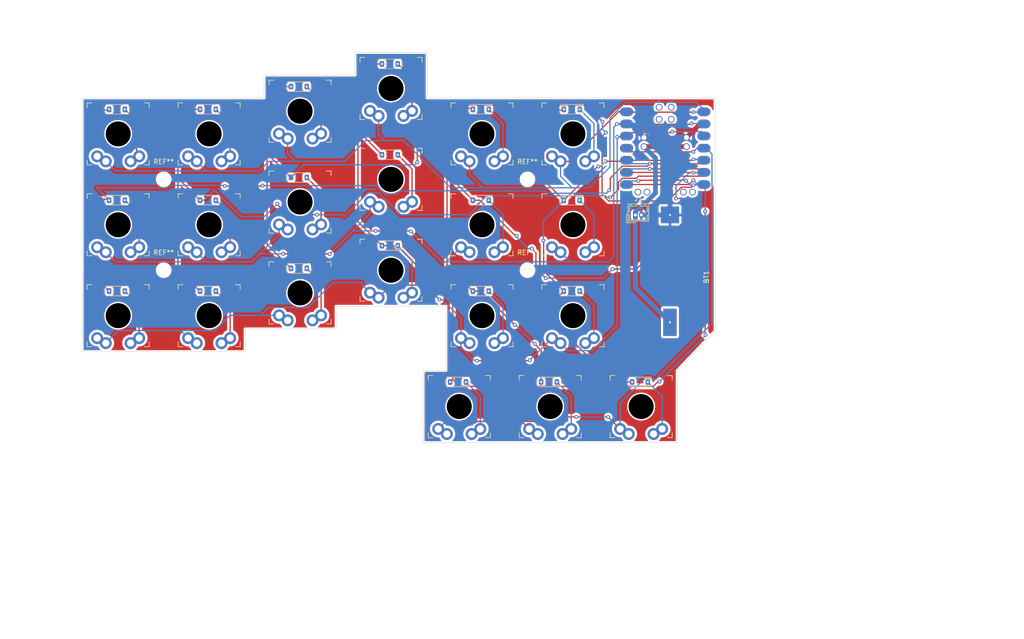
<source format=kicad_pcb>
(kicad_pcb (version 20221018) (generator pcbnew)
  (layers (0 "F.Cu" signal) (31 "B.Cu" signal) (34 "B.Paste" user) (35 "F.Paste" user) (36 "B.SilkS" user "B.Silkscreen") (37 "F.SilkS" user "F.Silkscreen") (38 "B.Mask" user) (39 "F.Mask" user) (44 "Edge.Cuts" user))
  (net 0 "")
  (net 1 "Net-(K1-diode_in)")
  (net 2 "Net-(K2-diode_in)")
  (net 3 "Net-(K3-diode_in)")
  (net 4 "Net-(K4-diode_in)")
  (net 5 "Net-(K5-diode_in)")
  (net 6 "ROW 1")
  (net 7 "Net-(K6-diode_in)")
  (net 8 "Net-(K7-diode_in)")
  (net 9 "Net-(K8-diode_in)")
  (net 10 "Net-(K9-diode_in)")
  (net 11 "Net-(K10-diode_in)")
  (net 12 "Net-(K11-diode_in)")
  (net 13 "Net-(K12-diode_in)")
  (net 14 "Net-(K13-diode_in)")
  (net 15 "Net-(K14-diode_in)")
  (net 16 "Net-(K15-diode_in)")
  (net 17 "ROW 2")
  (net 18 "Net-(K16-diode_in)")
  (net 19 "Net-(K17-diode_in)")
  (net 20 "Net-(K18-diode_in)")
  (net 21 "Net-(K19-diode_in)")
  (net 22 "Net-(K20-diode_in)")
  (net 23 "Net-(K21-diode_in)")
  (net 24 "ROW 3")
  (net 28 "ROW 4")
  (net 35 "Net-(BT1-+)")
  (net 36 "Net-(BT1--)")
  (net 37 "COL1")
  (net 38 "COL2")
  (net 39 "COL3")
  (net 40 "COL4")
  (net 41 "COL5")
  (net 42 "COL6")
  (footprint "key-switches.pretty-0.9.0:SW_Gateron_LowProfile_THT_wdiode_both_sides" (layer "F.Cu") (at 174.803125 87.11875)
    (fp_text reference "K7" hide)
    (fp_text value "~" hide)
  )
  (footprint "key-switches.pretty-0.9.0:SW_Gateron_LowProfile_THT_wdiode_both_sides" (layer "F.Cu") (at 136.703125 96.64375)
    (fp_text reference "K15" hide)
    (fp_text value "~" hide)
  )
  (footprint "key-switches.pretty-0.9.0:SW_Gateron_LowProfile_THT_wdiode_both_sides" (layer "F.Cu") (at 189.090625 125.21875)
    (fp_text reference "K19" hide)
    (fp_text value "~" hide)
  )
  (footprint "key-switches.pretty-0.9.0:SW_Gateron_LowProfile_THT_wdiode_both_sides" (layer "F.Cu") (at 170.040625 125.21875)
    (fp_text reference "K20" hide)
    (fp_text value "~" hide)
  )
  (footprint "key-switches.pretty-0.9.0:SW_Gateron_LowProfile_THT_wdiode_both_sides" (layer "F.Cu") (at 155.753125 87.11875)
    (fp_text reference "K8" hide)
    (fp_text value "~" hide)
  )
  (footprint "MountingHole:MountingHole_2.7mm_M2.5" (layer "F.Cu") (at 89.078125 77.59375)
    (fp_text reference "REF**")
    (fp_text value "MountingHole_2.7mm_M2.5")
  )
  (footprint "key-switches.pretty-0.9.0:SW_Gateron_LowProfile_THT_wdiode_both_sides" (layer "F.Cu") (at 117.653125 63.30625)
    (fp_text reference "K4" hide)
    (fp_text value "~" hide)
  )
  (footprint "key-switches.pretty-0.9.0:SW_Gateron_LowProfile_THT_wdiode_both_sides" (layer "F.Cu") (at 174.803125 106.16875)
    (fp_text reference "K13" hide)
    (fp_text value "~" hide)
  )
  (footprint "key-switches.pretty-0.9.0:SW_Gateron_LowProfile_THT_wdiode_both_sides" (layer "F.Cu") (at 79.553125 68.06875)
    (fp_text reference "K6" hide)
    (fp_text value "~" hide)
  )
  (footprint "key-switches.pretty-0.9.0:SW_Gateron_LowProfile_THT_wdiode_both_sides" (layer "F.Cu") (at 155.753125 106.16875)
    (fp_text reference "K14" hide)
    (fp_text value "~" hide)
  )
  (footprint "mcu:xiao-ble-smd" (layer "F.Cu") (at 194.128125 71.05625)
    (fp_text reference "U1" hide)
    (fp_text value "xiao-ble" hide)
  )
  (footprint "key-switches.pretty-0.9.0:SW_Gateron_LowProfile_THT_wdiode_both_sides" (layer "F.Cu") (at 117.653125 101.40625)
    (fp_text reference "K16" hide)
    (fp_text value "~" hide)
  )
  (footprint "key-switches.pretty-0.9.0:SW_Gateron_LowProfile_THT_wdiode_both_sides" (layer "F.Cu") (at 98.603125 87.11875)
    (fp_text reference "K11" hide)
    (fp_text value "~" hide)
  )
  (footprint "key-switches.pretty-0.9.0:SW_Gateron_LowProfile_THT_wdiode_both_sides" (layer "F.Cu") (at 117.653125 82.35625)
    (fp_text reference "K10" hide)
    (fp_text value "~" hide)
  )
  (footprint "MountingHole:MountingHole_2.7mm_M2.5" (layer "F.Cu") (at 165.278125 77.59375)
    (fp_text reference "REF**")
    (fp_text value "MountingHole_2.7mm_M2.5")
  )
  (footprint "key-switches.pretty-0.9.0:SW_Gateron_LowProfile_THT_wdiode_both_sides" (layer "F.Cu") (at 79.553125 106.16875)
    (fp_text reference "K18" hide)
    (fp_text value "~" hide)
  )
  (footprint "key-switches.pretty-0.9.0:SW_Gateron_LowProfile_THT_wdiode_both_sides" (layer "F.Cu") (at 136.703125 77.59375)
    (fp_text reference "K9" hide)
    (fp_text value "~" hide)
  )
  (footprint "key-switches.pretty-0.9.0:SW_Gateron_LowProfile_THT_wdiode_both_sides" (layer "F.Cu") (at 155.753125 68.06875)
    (fp_text reference "K2" hide)
    (fp_text value "~" hide)
  )
  (footprint "key-switches.pretty-0.9.0:SW_Gateron_LowProfile_THT_wdiode_both_sides" (layer "F.Cu") (at 150.990625 125.21875)
    (fp_text reference "K21" hide)
    (fp_text value "~" hide)
  )
  (footprint "MountingHole:MountingHole_2.7mm_M2.5" (layer "F.Cu") (at 89.078125 96.64375)
    (fp_text reference "REF**")
    (fp_text value "MountingHole_2.7mm_M2.5")
  )
  (footprint "key-switches.pretty-0.9.0:SW_Gateron_LowProfile_THT_wdiode_both_sides" (layer "F.Cu") (at 98.603125 106.16875)
    (fp_text reference "K17" hide)
    (fp_text value "~" hide)
  )
  (footprint "Connector_Hirose:Hirose_DF13-02P-1.25DSA_1x02_P1.25mm_Vertical" (layer "F.Cu") (at 187.878125 85.05625)
    (fp_text reference "J1")
    (fp_text value "Conn_01x02_Pin")
  )
  (footprint "key-switches.pretty-0.9.0:SW_Gateron_LowProfile_THT_wdiode_both_sides" (layer "F.Cu") (at 79.553125 87.11875)
    (fp_text reference "K12" hide)
    (fp_text value "~" hide)
  )
  (footprint "MountingHole:MountingHole_2.7mm_M2.5" (layer "F.Cu") (at 165.278125 96.64375)
    (fp_text reference "REF**")
    (fp_text value "MountingHole_2.7mm_M2.5")
  )
  (footprint "key-switches.pretty-0.9.0:SW_Gateron_LowProfile_THT_wdiode_both_sides" (layer "F.Cu") (at 174.803125 68.06875)
    (fp_text reference "K1" hide)
    (fp_text value "~" hide)
  )
  (footprint "Library:mybatteryholder" (layer "F.Cu") (at 195.128125 98.05625 90)
    (fp_text reference "BT1")
    (fp_text value "Battery_Cell")
  )
  (footprint "key-switches.pretty-0.9.0:SW_Gateron_LowProfile_THT_wdiode_both_sides" (layer "F.Cu") (at 98.603125 68.06875)
    (fp_text reference "K5" hide)
    (fp_text value "~" hide)
  )
  (footprint "key-switches.pretty-0.9.0:SW_Gateron_LowProfile_THT_wdiode_both_sides" (layer "F.Cu") (at 136.703125 58.54375)
    (fp_text reference "K3" hide)
    (fp_text value "~" hide)
  )
  (gr_line (start 125.19375 104.184375) (end 125.19375 108.946875) (stroke (width 0.1)) (layer "Edge.Cuts"))
  (gr_line (start 72.0125 60.528125) (end 106.14375 60.528125) (stroke (width 0.1)) (layer "Edge.Cuts"))
  (gr_line (start 148.2125 60.528125) (end 204.56875 60.528125) (stroke (width 0.1)) (layer "Edge.Cuts"))
  (gr_line (start 125.19375 55.765625) (end 129.1625 55.765625) (stroke (width 0.1)) (layer "Edge.Cuts"))
  (gr_line (start 106.14375 108.946875) (end 106.14375 113.709375) (stroke (width 0.1)) (layer "Edge.Cuts"))
  (gr_line (start 129.1625 51.003125) (end 144.24375 51.003125) (stroke (width 0.1)) (layer "Edge.Cuts"))
  (gr_line (start 148.2125 104.184375) (end 144.24375 104.184375) (stroke (width 0.1)) (layer "Edge.Cuts"))
  (gr_line (start 204.56875 109.34375) (end 196.63125 117.678125) (stroke (width 0.1)) (layer "Edge.Cuts"))
  (gr_line (start 196.63125 117.678125) (end 196.63125 132.759375) (stroke (width 0.1)) (layer "Edge.Cuts"))
  (gr_line (start 148.2125 117.678125) (end 148.2125 104.184375) (stroke (width 0.1)) (layer "Edge.Cuts"))
  (gr_line (start 129.1625 104.184375) (end 125.19375 104.184375) (stroke (width 0.1)) (layer "Edge.Cuts"))
  (gr_line (start 91.0625 113.709375) (end 72.0125 113.709375) (stroke (width 0.1)) (layer "Edge.Cuts"))
  (gr_line (start 129.1625 55.765625) (end 129.1625 51.003125) (stroke (width 0.1)) (layer "Edge.Cuts"))
  (gr_line (start 72.0125 113.709375) (end 72.0125 60.528125) (stroke (width 0.1)) (layer "Edge.Cuts"))
  (gr_line (start 204.56875 60.528125) (end 204.56875 109.34375) (stroke (width 0.1)) (layer "Edge.Cuts"))
  (gr_line (start 110.1125 55.765625) (end 125.19375 55.765625) (stroke (width 0.1)) (layer "Edge.Cuts"))
  (gr_line (start 143.45 132.759375) (end 143.45 117.678125) (stroke (width 0.1)) (layer "Edge.Cuts"))
  (gr_line (start 144.24375 104.184375) (end 129.1625 104.184375) (stroke (width 0.1)) (layer "Edge.Cuts"))
  (gr_line (start 106.14375 60.528125) (end 110.1125 60.528125) (stroke (width 0.1)) (layer "Edge.Cuts"))
  (gr_line (start 144.24375 51.003125) (end 144.24375 60.528125) (stroke (width 0.1)) (layer "Edge.Cuts"))
  (gr_line (start 110.1125 108.946875) (end 106.14375 108.946875) (stroke (width 0.1)) (layer "Edge.Cuts"))
  (gr_line (start 143.45 117.678125) (end 148.2125 117.678125) (stroke (width 0.1)) (layer "Edge.Cuts"))
  (gr_line (start 106.14375 113.709375) (end 91.0625 113.709375) (stroke (width 0.1)) (layer "Edge.Cuts"))
  (gr_line (start 144.24375 60.528125) (end 148.2125 60.528125) (stroke (width 0.1)) (layer "Edge.Cuts"))
  (gr_line (start 196.63125 132.759375) (end 143.45 132.759375) (stroke (width 0.1)) (layer "Edge.Cuts"))
  (gr_line (start 125.19375 108.946875) (end 110.1125 108.946875) (stroke (width 0.1)) (layer "Edge.Cuts"))
  (gr_line (start 110.1125 60.528125) (end 110.1125 55.765625) (stroke (width 0.1)) (layer "Edge.Cuts"))
  (via (at 176.203125 62.91875) (size 0.8) (drill 0.4) (layers "F.Cu" "B.Cu") (net 1))
  (segment (start 176.203125 62.91875) (end 179.203125 65.91875) (width 0.25) (layer "B.Cu") (net 1))
  (segment (start 179.203125 65.91875) (end 179.203125 72.76875) (width 0.25) (layer "B.Cu") (net 1))
  (via (at 157.153125 62.91875) (size 0.8) (drill 0.4) (layers "F.Cu" "B.Cu") (net 2))
  (segment (start 160.153125 65.91875) (end 160.153125 72.76875) (width 0.25) (layer "B.Cu") (net 2))
  (segment (start 157.153125 62.91875) (end 160.153125 65.91875) (width 0.25) (layer "B.Cu") (net 2))
  (segment (start 141.103125 56.39375) (end 138.103125 53.39375) (width 0.25) (layer "F.Cu") (net 3))
  (segment (start 141.103125 63.24375) (end 141.103125 56.39375) (width 0.25) (layer "F.Cu") (net 3))
  (via (at 138.103125 53.39375) (size 0.8) (drill 0.4) (layers "F.Cu" "B.Cu") (net 3))
  (segment (start 122.053125 61.15625) (end 119.053125 58.15625) (width 0.25) (layer "F.Cu") (net 4))
  (segment (start 122.053125 68.00625) (end 122.053125 61.15625) (width 0.25) (layer "F.Cu") (net 4))
  (via (at 119.053125 58.15625) (size 0.8) (drill 0.4) (layers "F.Cu" "B.Cu") (net 4))
  (segment (start 103.003125 72.76875) (end 103.003125 65.91875) (width 0.25) (layer "F.Cu") (net 5))
  (segment (start 103.003125 65.91875) (end 100.003125 62.91875) (width 0.25) (layer "F.Cu") (net 5))
  (via (at 100.003125 62.91875) (size 0.8) (drill 0.4) (layers "F.Cu" "B.Cu") (net 5))
  (segment (start 185.629665 63.50775) (end 200.01725 63.50775) (width 0.25) (layer "F.Cu") (net 6))
  (segment (start 173.970891 73.81875) (end 184.353391 63.43625) (width 0.25) (layer "F.Cu") (net 6))
  (segment (start 172.203125 73.81875) (end 173.970891 73.81875) (width 0.25) (layer "F.Cu") (net 6))
  (segment (start 200.01725 63.50775) (end 200.025 63.5) (width 0.25) (layer "F.Cu") (net 6))
  (segment (start 185.558165 63.43625) (end 185.629665 63.50775) (width 0.25) (layer "F.Cu") (net 6))
  (segment (start 184.353391 63.43625) (end 185.558165 63.43625) (width 0.25) (layer "F.Cu") (net 6))
  (via (at 200.025 63.5) (size 0.8) (drill 0.4) (layers "F.Cu" "B.Cu") (net 6))
  (segment (start 98.028125 75.81875) (end 109.125 75.81875) (width 0.25) (layer "B.Cu") (net 6))
  (segment (start 127 73.81875) (end 131.365625 69.453125) (width 0.25) (layer "B.Cu") (net 6))
  (segment (start 153.153125 76.55) (end 155.971875 79.36875) (width 0.25) (layer "B.Cu") (net 6))
  (segment (start 174.625 79.36875) (end 178.203125 79.36875) (width 0.25) (layer "B.Cu") (net 6))
  (segment (start 115.053125 69.05625) (end 115.053125 72.190625) (width 0.25) (layer "B.Cu") (net 6))
  (segment (start 182.5625 75.009375) (end 182.5625 64.699503) (width 0.25) (layer "B.Cu") (net 6))
  (segment (start 182.5625 64.699503) (end 185.801253 61.46075) (width 0.25) (layer "B.Cu") (net 6))
  (segment (start 149.21875 79.36875) (end 155.971875 79.36875) (width 0.25) (layer "B.Cu") (net 6))
  (segment (start 185.801253 61.46075) (end 200.722585 61.46075) (width 0.25) (layer "B.Cu") (net 6))
  (segment (start 111.125 73.81875) (end 116.68125 73.81875) (width 0.25) (layer "B.Cu") (net 6))
  (segment (start 200.722585 61.46075) (end 202.698085 63.43625) (width 0.25) (layer "B.Cu") (net 6))
  (segment (start 109.125 75.81875) (end 111.125 73.81875) (width 0.25) (layer "B.Cu") (net 6))
  (segment (start 172.203125 76.946875) (end 172.203125 73.81875) (width 0.25) (layer "B.Cu") (net 6))
  (segment (start 172.203125 76.946875) (end 174.625 79.36875) (width 0.25) (layer "B.Cu") (net 6))
  (segment (start 178.203125 79.36875) (end 182.5625 75.009375) (width 0.25) (layer "B.Cu") (net 6))
  (segment (start 115.053125 72.190625) (end 116.68125 73.81875) (width 0.25) (layer "B.Cu") (net 6))
  (segment (start 200.025 63.5) (end 202.634335 63.5) (width 0.25) (layer "B.Cu") (net 6))
  (segment (start 202.634335 63.5) (end 202.698085 63.43625) (width 0.25) (layer "B.Cu") (net 6))
  (segment (start 139.303125 69.453125) (end 149.21875 79.36875) (width 0.25) (layer "B.Cu") (net 6))
  (segment (start 134.103125 68.221875) (end 135.334375 69.453125) (width 0.25) (layer "B.Cu") (net 6))
  (segment (start 134.103125 64.29375) (end 134.103125 68.221875) (width 0.25) (layer "B.Cu") (net 6))
  (segment (start 76.953125 73.81875) (end 78.953125 75.81875) (width 0.25) (layer "B.Cu") (net 6))
  (segment (start 135.334375 69.453125) (end 139.303125 69.453125) (width 0.25) (layer "B.Cu") (net 6))
  (segment (start 155.971875 79.36875) (end 174.625 79.36875) (width 0.25) (layer "B.Cu") (net 6))
  (segment (start 131.365625 69.453125) (end 135.334375 69.453125) (width 0.25) (layer "B.Cu") (net 6))
  (segment (start 96.003125 73.81875) (end 98.003125 75.81875) (width 0.25) (layer "B.Cu") (net 6))
  (segment (start 116.68125 73.81875) (end 127 73.81875) (width 0.25) (layer "B.Cu") (net 6))
  (segment (start 153.153125 73.81875) (end 153.153125 76.55) (width 0.25) (layer "B.Cu") (net 6))
  (segment (start 98.003125 75.81875) (end 98.028125 75.81875) (width 0.25) (layer "B.Cu") (net 6))
  (segment (start 78.953125 75.81875) (end 98.028125 75.81875) (width 0.25) (layer "B.Cu") (net 6))
  (segment (start 83.403124 65.368749) (end 83.403124 72.568751) (width 0.25) (layer "F.Cu") (net 7))
  (segment (start 80.953125 62.91875) (end 83.403124 65.368749) (width 0.25) (layer "F.Cu") (net 7))
  (segment (start 83.403124 72.568751) (end 82.153125 73.81875) (width 0.25) (layer "F.Cu") (net 7))
  (via (at 80.953125 62.91875) (size 0.8) (drill 0.4) (layers "F.Cu" "B.Cu") (net 7))
  (via (at 176.203125 81.96875) (size 0.8) (drill 0.4) (layers "F.Cu" "B.Cu") (net 8))
  (segment (start 179.203125 84.96875) (end 179.203125 91.81875) (width 0.25) (layer "B.Cu") (net 8))
  (segment (start 176.203125 81.96875) (end 179.203125 84.96875) (width 0.25) (layer "B.Cu") (net 8))
  (via (at 157.153125 81.96875) (size 0.8) (drill 0.4) (layers "F.Cu" "B.Cu") (net 9))
  (segment (start 160.153125 84.96875) (end 160.153125 91.81875) (width 0.25) (layer "B.Cu") (net 9))
  (segment (start 157.153125 81.96875) (end 160.153125 84.96875) (width 0.25) (layer "B.Cu") (net 9))
  (segment (start 141.103125 82.29375) (end 141.103125 75.44375) (width 0.25) (layer "F.Cu") (net 10))
  (segment (start 141.103125 75.44375) (end 138.103125 72.44375) (width 0.25) (layer "F.Cu") (net 10))
  (via (at 138.103125 72.44375) (size 0.8) (drill 0.4) (layers "F.Cu" "B.Cu") (net 10))
  (segment (start 122.053125 87.05625) (end 122.053125 80.20625) (width 0.25) (layer "F.Cu") (net 11))
  (segment (start 122.053125 80.20625) (end 119.053125 77.20625) (width 0.25) (layer "F.Cu") (net 11))
  (via (at 119.053125 77.20625) (size 0.8) (drill 0.4) (layers "F.Cu" "B.Cu") (net 11))
  (segment (start 103.003125 91.81875) (end 103.003125 84.96875) (width 0.25) (layer "F.Cu") (net 12))
  (segment (start 103.003125 84.96875) (end 100.003125 81.96875) (width 0.25) (layer "F.Cu") (net 12))
  (via (at 100.003125 81.96875) (size 0.8) (drill 0.4) (layers "F.Cu" "B.Cu") (net 12))
  (segment (start 83.953125 84.96875) (end 80.953125 81.96875) (width 0.25) (layer "F.Cu") (net 13))
  (segment (start 83.953125 91.81875) (end 83.953125 84.96875) (width 0.25) (layer "F.Cu") (net 13))
  (segment (start 83.203125 91.81875) (end 82.153125 92.86875) (width 0.25) (layer "F.Cu") (net 13))
  (segment (start 83.953125 91.81875) (end 83.203125 91.81875) (width 0.25) (layer "F.Cu") (net 13))
  (via (at 80.953125 81.96875) (size 0.8) (drill 0.4) (layers "F.Cu" "B.Cu") (net 13))
  (via (at 176.203125 101.01875) (size 0.8) (drill 0.4) (layers "F.Cu" "B.Cu") (net 14))
  (segment (start 179.203125 104.01875) (end 179.203125 110.86875) (width 0.25) (layer "B.Cu") (net 14))
  (segment (start 176.203125 101.01875) (end 179.203125 104.01875) (width 0.25) (layer "B.Cu") (net 14))
  (via (at 157.153125 101.01875) (size 0.8) (drill 0.4) (layers "F.Cu" "B.Cu") (net 15))
  (segment (start 160.153125 104.01875) (end 157.153125 101.01875) (width 0.25) (layer "B.Cu") (net 15))
  (segment (start 160.153125 110.86875) (end 160.153125 104.01875) (width 0.25) (layer "B.Cu") (net 15))
  (via (at 138.103125 91.49375) (size 0.8) (drill 0.4) (layers "F.Cu" "B.Cu") (net 16))
  (segment (start 141.103125 94.49375) (end 138.103125 91.49375) (width 0.25) (layer "B.Cu") (net 16))
  (segment (start 141.103125 101.34375) (end 141.103125 94.49375) (width 0.25) (layer "B.Cu") (net 16))
  (segment (start 185.558165 65.97625) (end 185.629665 66.04775) (width 0.25) (layer "F.Cu") (net 17))
  (segment (start 133.5 88.4) (end 140.7875 88.4) (width 0.25) (layer "F.Cu") (net 17))
  (segment (start 185.629665 66.04775) (end 199.461625 66.04775) (width 0.25) (layer "F.Cu") (net 17))
  (segment (start 184 66) (end 185.534415 66) (width 0.25) (layer "F.Cu") (net 17))
  (segment (start 199.461625 66.04775) (end 199.628125 65.88125) (width 0.25) (layer "F.Cu") (net 17))
  (segment (start 140.7875 88.4) (end 140.890625 88.503125) (width 0.25) (layer "F.Cu") (net 17))
  (segment (start 185.534415 66) (end 185.558165 65.97625) (width 0.25) (layer "F.Cu") (net 17))
  (segment (start 123.759375 93.2) (end 123.825 93.265625) (width 0.25) (layer "F.Cu") (net 17))
  (segment (start 114.1 93.2) (end 123.759375 93.2) (width 0.25) (layer "F.Cu") (net 17))
  (via (at 123.825 93.265625) (size 0.8) (drill 0.4) (layers "F.Cu" "B.Cu") (net 17))
  (via (at 133.5 88.4) (size 0.8) (drill 0.4) (layers "F.Cu" "B.Cu") (net 17))
  (via (at 140.890625 88.503125) (size 0.8) (drill 0.4) (layers "F.Cu" "B.Cu") (net 17))
  (via (at 184 66) (size 0.8) (drill 0.4) (layers "F.Cu" "B.Cu") (net 17))
  (via (at 114.1 93.2) (size 0.8) (drill 0.4) (layers "F.Cu" "B.Cu") (net 17))
  (via (at 199.628125 65.88125) (size 0.8) (drill 0.4) (layers "F.Cu" "B.Cu") (net 17))
  (segment (start 98.003125 94.86875) (end 98.425 94.86875) (width 0.25) (layer "B.Cu") (net 17))
  (segment (start 132.303125 84.7875) (end 128.695312 88.395312) (width 0.25) (layer "B.Cu") (net 17))
  (segment (start 76.953125 92.86875) (end 78.953125 94.86875) (width 0.25) (layer "B.Cu") (net 17))
  (segment (start 113.253125 89.153125) (end 109.303125 93.103125) (width 0.25) (layer "B.Cu") (net 17))
  (segment (start 172.203125 92.86875) (end 174.203125 94.86875) (width 0.25) (layer "B.Cu") (net 17))
  (segment (start 96.003125 92.86875) (end 98.003125 94.86875) (width 0.25) (layer "B.Cu") (net 17))
  (segment (start 128.695312 88.395312) (end 128.5875 88.503125) (width 0.25) (layer "B.Cu") (net 17))
  (segment (start 183.34543 66.65457) (end 184 66) (width 0.25) (layer "B.Cu") (net 17))
  (segment (start 107.5375 94.86875) (end 109.140625 93.265625) (width 0.25) (layer "B.Cu") (net 17))
  (segment (start 98.425 94.86875) (end 107.5375 94.86875) (width 0.25) (layer "B.Cu") (net 17))
  (segment (start 132.303125 82.29375) (end 132.303125 84.7875) (width 0.25) (layer "B.Cu") (net 17))
  (segment (start 174.203125 94.86875) (end 174.228125 94.86875) (width 0.25) (layer "B.Cu") (net 17))
  (segment (start 109.303125 93.103125) (end 109.140625 93.265625) (width 0.25) (layer "B.Cu") (net 17))
  (segment (start 147.6375 95.25) (end 148.01875 94.86875) (width 0.25) (layer "B.Cu") (net 17))
  (segment (start 109.4 93.2) (end 114.1 93.2) (width 0.25) (layer "B.Cu") (net 17))
  (segment (start 128.695312 88.395312) (end 128.7 88.4) (width 0.25) (layer "B.Cu") (net 17))
  (segment (start 140.890625 88.503125) (end 147.6375 95.25) (width 0.25) (layer "B.Cu") (net 17))
  (segment (start 183.34543 93.85457) (end 183.34543 66.65457) (width 0.25) (layer "B.Cu") (net 17))
  (segment (start 128.7 88.4) (end 133.5 88.4) (width 0.25) (layer "B.Cu") (net 17))
  (segment (start 182.33125 94.86875) (end 183.34543 93.85457) (width 0.25) (layer "B.Cu") (net 17))
  (segment (start 151.353125 91.81875) (end 148.303125 94.86875) (width 0.25) (layer "B.Cu") (net 17))
  (segment (start 109.303125 93.103125) (end 109.4 93.2) (width 0.25) (layer "B.Cu") (net 17))
  (segment (start 78.953125 94.86875) (end 98.425 94.86875) (width 0.25) (layer "B.Cu") (net 17))
  (segment (start 174.203125 94.86875) (end 182.33125 94.86875) (width 0.25) (layer "B.Cu") (net 17))
  (segment (start 199.628125 65.88125) (end 202.603085 65.88125) (width 0.25) (layer "B.Cu") (net 17))
  (segment (start 148.01875 94.86875) (end 174.228125 94.86875) (width 0.25) (layer "B.Cu") (net 17))
  (segment (start 148.303125 94.86875) (end 148.01875 94.86875) (width 0.25) (layer "B.Cu") (net 17))
  (segment (start 123.825 93.265625) (end 128.5875 88.503125) (width 0.25) (layer "B.Cu") (net 17))
  (segment (start 202.603085 65.88125) (end 202.698085 65.97625) (width 0.25) (layer "B.Cu") (net 17))
  (segment (start 113.253125 87.05625) (end 113.253125 89.153125) (width 0.25) (layer "B.Cu") (net 17))
  (segment (start 122.053125 99.25625) (end 119.053125 96.25625) (width 0.25) (layer "F.Cu") (net 18))
  (segment (start 122.053125 106.10625) (end 122.053125 99.25625) (width 0.25) (layer "F.Cu") (net 18))
  (via (at 119.053125 96.25625) (size 0.8) (drill 0.4) (layers "F.Cu" "B.Cu") (net 18))
  (segment (start 103.003125 110.86875) (end 103.003125 104.01875) (width 0.25) (layer "F.Cu") (net 19))
  (segment (start 103.003125 104.01875) (end 100.003125 101.01875) (width 0.25) (layer "F.Cu") (net 19))
  (via (at 100.003125 101.01875) (size 0.8) (drill 0.4) (layers "F.Cu" "B.Cu") (net 19))
  (segment (start 83.953125 104.01875) (end 80.953125 101.01875) (width 0.25) (layer "F.Cu") (net 20))
  (segment (start 83.953125 110.86875) (end 83.953125 104.01875) (width 0.25) (layer "F.Cu") (net 20))
  (via (at 80.953125 101.01875) (size 0.8) (drill 0.4) (layers "F.Cu" "B.Cu") (net 20))
  (via (at 190.490625 120.06875) (size 0.8) (drill 0.4) (layers "F.Cu" "B.Cu") (net 21))
  (segment (start 193.490625 123.06875) (end 190.490625 120.06875) (width 0.25) (layer "B.Cu") (net 21))
  (segment (start 193.490625 129.91875) (end 193.490625 123.06875) (width 0.25) (layer "B.Cu") (net 21))
  (via (at 171.440625 120.06875) (size 0.8) (drill 0.4) (layers "F.Cu" "B.Cu") (net 22))
  (segment (start 174.440625 123.06875) (end 171.440625 120.06875) (width 0.25) (layer "B.Cu") (net 22))
  (segment (start 174.440625 129.91875) (end 174.440625 123.06875) (width 0.25) (layer "B.Cu") (net 22))
  (via (at 152.390625 120.06875) (size 0.8) (drill 0.4) (layers "F.Cu" "B.Cu") (net 23))
  (segment (start 155.390625 129.91875) (end 155.390625 123.06875) (width 0.25) (layer "B.Cu") (net 23))
  (segment (start 155.390625 123.06875) (end 152.390625 120.06875) (width 0.25) (layer "B.Cu") (net 23))
  (segment (start 154.7 115.6) (end 165.671875 115.6) (width 0.25) (layer "F.Cu") (net 24))
  (segment (start 134.103125 102.39375) (end 136.728125 99.76875) (width 0.25) (layer "F.Cu") (net 24))
  (segment (start 184.07043 68.703726) (end 185.370689 68.703726) (width 0.25) (layer "F.Cu") (net 24))
  (segment (start 136.728125 99.76875) (end 143.821875 99.76875) (width 0.25) (layer "F.Cu") (net 24))
  (segment (start 186.263665 67.81075) (end 195.38925 67.81075) (width 0.25) (layer "F.Cu") (net 24))
  (segment (start 185.370689 68.703726) (end 185.558165 68.51625) (width 0.25) (layer "F.Cu") (net 24))
  (segment (start 143.821875 99.76875) (end 146.84375 102.790625) (width 0.25) (layer "F.Cu") (net 24))
  (segment (start 195.38925 67.81075) (end 195.6 67.6) (width 0.25) (layer "F.Cu") (net 24))
  (segment (start 165.671875 115.6) (end 165.78125 115.490625) (width 0.25) (layer "F.Cu") (net 24))
  (segment (start 185.558165 68.51625) (end 186.263665 67.81075) (width 0.25) (layer "F.Cu") (net 24))
  (via (at 154.7 115.6) (size 0.8) (drill 0.4) (layers "F.Cu" "B.Cu") (net 24))
  (via (at 146.84375 102.790625) (size 0.8) (drill 0.4) (layers "F.Cu" "B.Cu") (net 24))
  (via (at 195.6 67.6) (size 0.8) (drill 0.4) (layers "F.Cu" "B.Cu") (net 24))
  (via (at 165.78125 115.490625) (size 0.8) (drill 0.4) (layers "F.Cu" "B.Cu") (net 24))
  (via (at 184.07043 68.703726) (size 0.8) (drill 0.4) (layers "F.Cu" "B.Cu") (net 24))
  (segment (start 99.791476 109.29375) (end 102.978976 106.10625) (width 0.25) (layer "B.Cu") (net 24))
  (segment (start 111.125 104.378125) (end 111.203125 104.45625) (width 0.25) (layer "B.Cu") (net 24))
  (segment (start 178.805512 113.49375) (end 184.07043 108.228832) (width 0.25) (layer "B.Cu") (net 24))
  (segment (start 147.419791 102.790625) (end 151.353125 106.723959) (width 0.25) (layer "B.Cu") (net 24))
  (segment (start 124.61875 99.21875) (end 130.571875 99.21875) (width 0.25) (layer "B.Cu") (net 24))
  (segment (start 103.1875 106.10625) (end 109.396875 106.10625) (width 0.25) (layer "B.Cu") (net 24))
  (segment (start 172.203125 111.91875) (end 173.778125 113.49375) (width 0.25) (layer "B.Cu") (net 24))
  (segment (start 151.353125 109.140625) (end 151.353125 112.85625) (width 0.25) (layer "B.Cu") (net 24))
  (segment (start 102.978976 106.10625) (end 103.1875 106.10625) (width 0.25) (layer "B.Cu") (net 24))
  (segment (start 111.203125 104.45625) (end 119.38125 104.45625) (width 0.25) (layer "B.Cu") (net 24))
  (segment (start 151.353125 106.723959) (end 151.353125 109.140625) (width 0.25) (layer "B.Cu") (net 24))
  (segment (start 154.590625 115.490625) (end 154.7 115.6) (width 0.25) (layer "B.Cu") (net 24))
  (segment (start 195.6 67.6) (end 201.781835 67.6) (width 0.25) (layer "B.Cu") (net 24))
  (segment (start 130.571875 99.21875) (end 130.571875 99.6125) (width 0.25) (layer "B.Cu") (net 24))
  (segment (start 103.1875 106.10625) (end 113.253125 106.10625) (width 0.25) (layer "B.Cu") (net 24))
  (segment (start 165.78125 115.490625) (end 170.403125 110.86875) (width 0.25) (layer "B.Cu") (net 24))
  (segment (start 201.781835 67.6) (end 202.698085 68.51625) (width 0.25) (layer "B.Cu") (net 24))
  (segment (start 151.353125 112.85625) (end 153.9875 115.490625) (width 0.25) (layer "B.Cu") (net 24))
  (segment (start 130.571875 99.6125) (end 132.303125 101.34375) (width 0.25) (layer "B.Cu") (net 24))
  (segment (start 119.38125 104.45625) (end 124.61875 99.21875) (width 0.25) (layer "B.Cu") (net 24))
  (segment (start 79.578125 109.29375) (end 92.628125 109.29375) (width 0.25) (layer "B.Cu") (net 24))
  (segment (start 184.07043 108.228832) (end 184.07043 68.703726) (width 0.25) (layer "B.Cu") (net 24))
  (segment (start 76.953125 111.91875) (end 79.578125 109.29375) (width 0.25) (layer "B.Cu") (net 24))
  (segment (start 153.9875 115.490625) (end 154.590625 115.490625) (width 0.25) (layer "B.Cu") (net 24))
  (segment (start 92.628125 109.29375) (end 99.791476 109.29375) (width 0.25) (layer "B.Cu") (net 24))
  (segment (start 92.628125 109.29375) (end 94.203125 110.86875) (width 0.25) (layer "B.Cu") (net 24))
  (segment (start 109.396875 106.10625) (end 111.125 104.378125) (width 0.25) (layer "B.Cu") (net 24))
  (segment (start 151.353125 109.140625) (end 151.353125 110.86875) (width 0.25) (layer "B.Cu") (net 24))
  (segment (start 146.84375 102.790625) (end 147.419791 102.790625) (width 0.25) (layer "B.Cu") (net 24))
  (segment (start 173.778125 113.49375) (end 178.805512 113.49375) (width 0.25) (layer "B.Cu") (net 24))
  (segment (start 154.303124 128.668751) (end 154.628125 128.34375) (width 0.25) (layer "F.Cu") (net 28))
  (segment (start 154.628125 128.34375) (end 164.065625 128.34375) (width 0.25) (layer "F.Cu") (net 28))
  (segment (start 147.840624 128.668751) (end 154.303124 128.668751) (width 0.25) (layer "F.Cu") (net 28))
  (segment (start 182.16875 127.396875) (end 182.185938 127.414062) (width 0.25) (layer "F.Cu") (net 28))
  (segment (start 164.065625 128.34375) (end 172.090625 128.34375) (width 0.25) (layer "F.Cu") (net 28))
  (segment (start 164.065625 128.34375) (end 165.640625 129.91875) (width 0.25) (layer "F.Cu") (net 28))
  (segment (start 146.590625 129.91875) (end 147.840624 128.668751) (width 0.25) (layer "F.Cu") (net 28))
  (segment (start 172.090625 128.34375) (end 173.0375 127.396875) (width 0.25) (layer "F.Cu") (net 28))
  (segment (start 175.496875 127.396875) (end 175.5 127.4) (width 0.25) (layer "F.Cu") (net 28))
  (segment (start 185.558165 71.05625) (end 186.33629 71.834375) (width 0.25) (layer "F.Cu") (net 28))
  (segment (start 173.0375 127.396875) (end 175.496875 127.396875) (width 0.25) (layer "F.Cu") (net 28))
  (segment (start 186.33629 71.834375) (end 200.025 71.834375) (width 0.25) (layer "F.Cu") (net 28))
  (segment (start 182.185938 127.414062) (end 184.690625 129.91875) (width 0.25) (layer "F.Cu") (net 28))
  (via (at 175.5 127.4) (size 0.8) (drill 0.4) (layers "F.Cu" "B.Cu") (net 28))
  (via (at 200.025 71.834375) (size 0.8) (drill 0.4) (layers "F.Cu" "B.Cu") (net 28))
  (via (at 182.185938 127.414062) (size 0.8) (drill 0.4) (layers "F.Cu" "B.Cu") (net 28))
  (segment (start 191.265625 119.465933) (end 192.234067 119.465933) (width 0.25) (layer "B.Cu") (net 28))
  (segment (start 190.037808 119.14375) (end 190.943442 119.14375) (width 0.25) (layer "B.Cu") (net 28))
  (segment (start 184.690625 124.490933) (end 190.037808 119.14375) (width 0.25) (layer "B.Cu") (net 28))
  (segment (start 200.803125 71.05625) (end 202.698085 71.05625) (width 0.25) (layer "B.Cu") (net 28))
  (segment (start 203.923085 107.776915) (end 203.923085 72.28125) (width 0.25) (layer "B.Cu") (net 28))
  (segment (start 192.234067 119.465933) (end 203.923085 107.776915) (width 0.25) (layer "B.Cu") (net 28))
  (segment (start 184.690625 129.91875) (end 184.690625 124.490933) (width 0.25) (layer "B.Cu") (net 28))
  (segment (start 203.923085 72.28125) (end 202.698085 71.05625) (width 0.25) (layer "B.Cu") (net 28))
  (segment (start 182.171876 127.4) (end 182.185938 127.414062) (width 0.25) (layer "B.Cu") (net 28))
  (segment (start 190.943442 119.14375) (end 191.265625 119.465933) (width 0.25) (layer "B.Cu") (net 28))
  (segment (start 200.025 71.834375) (end 200.803125 71.05625) (width 0.25) (layer "B.Cu") (net 28))
  (segment (start 175.5 127.4) (end 182.171876 127.4) (width 0.25) (layer "B.Cu") (net 28))
  (segment (start 189.683125 70.73925) (end 198.573125 70.73925) (width 1) (layer "F.Cu") (net 35))
  (via (at 195.128125 107.55625) (size 0.8) (drill 0.4) (layers "F.Cu" "B.Cu") (net 35))
  (segment (start 187.878125 84.429904) (end 189.73214 82.575889) (width 1) (layer "B.Cu") (net 35))
  (segment (start 192.0875 73.143625) (end 189.683125 70.73925) (width 1) (layer "B.Cu") (net 35))
  (segment (start 189.984264 82.575889) (end 192.0875 80.472653) (width 1) (layer "B.Cu") (net 35))
  (segment (start 195.128125 107.55625) (end 187.878125 100.30625) (width 1) (layer "B.Cu") (net 35))
  (segment (start 192.0875 80.472653) (end 192.0875 73.143625) (width 1) (layer "B.Cu") (net 35))
  (segment (start 187.878125 85.05625) (end 187.878125 84.429904) (width 1) (layer "B.Cu") (net 35))
  (segment (start 189.73214 82.575889) (end 189.984264 82.575889) (width 1) (layer "B.Cu") (net 35))
  (segment (start 187.878125 100.30625) (end 187.878125 85.05625) (width 1) (layer "B.Cu") (net 35))
  (segment (start 198.573125 68.83425) (end 201.431125 65.97625) (width 1) (layer "F.Cu") (net 36))
  (segment (start 201.431125 65.97625) (end 202.698085 65.97625) (width 1) (layer "F.Cu") (net 36))
  (via (at 195.128125 85.05625) (size 0.8) (drill 0.4) (layers "F.Cu" "B.Cu") (net 36))
  (segment (start 189.683125 68.83425) (end 186.825125 65.97625) (width 1) (layer "B.Cu") (net 36))
  (segment (start 186.825125 65.97625) (end 185.558165 65.97625) (width 1) (layer "B.Cu") (net 36))
  (segment (start 197.585297 68.83425) (end 198.573125 68.83425) (width 1) (layer "B.Cu") (net 36))
  (segment (start 195.128125 85.05625) (end 195.128125 73.291422) (width 1) (layer "B.Cu") (net 36))
  (segment (start 195.128125 73.291422) (end 190.670953 68.83425) (width 1) (layer "B.Cu") (net 36))
  (segment (start 189.128125 85.05625) (end 195.128125 85.05625) (width 1) (layer "B.Cu") (net 36))
  (segment (start 195.128125 73.291422) (end 195.128125 71.291422) (width 1) (layer "B.Cu") (net 36))
  (segment (start 195.128125 71.291422) (end 197.585297 68.83425) (width 1) (layer "B.Cu") (net 36))
  (segment (start 190.670953 68.83425) (end 189.683125 68.83425) (width 1) (layer "B.Cu") (net 36))
  (segment (start 179.971875 74.9) (end 180.1 74.9) (width 0.25) (layer "F.Cu") (net 37))
  (segment (start 168.671875 96.7875) (end 172.903125 101.01875) (width 0.25) (layer "F.Cu") (net 37))
  (segment (start 172.903125 81.96875) (end 179.971875 74.9) (width 0.25) (layer "F.Cu") (net 37))
  (segment (start 183.325738 120.06875) (end 171.753125 108.496137) (width 0.25) (layer "F.Cu") (net 37))
  (segment (start 172.903125 62.91875) (end 172.71875 63.103125) (width 0.25) (layer "F.Cu") (net 37))
  (segment (start 168.671875 90.471875) (end 168.6 90.4) (width 0.25) (layer "F.Cu") (net 37))
  (segment (start 168.671875 96.7875) (end 168.671875 90.471875) (width 0.25) (layer "F.Cu") (net 37))
  (segment (start 187.190625 120.06875) (end 183.325738 120.06875) (width 0.25) (layer "F.Cu") (net 37))
  (segment (start 171.753125 108.496137) (end 171.753125 102.16875) (width 0.25) (layer "F.Cu") (net 37))
  (segment (start 199.850625 73.59625) (end 200.025 73.421875) (width 0.25) (layer "F.Cu") (net 37))
  (segment (start 181.6245 73.8) (end 185.354415 73.8) (width 0.25) (layer "F.Cu") (net 37))
  (segment (start 168.671875 63.103125) (end 168.671875 77.7375) (width 0.25) (layer "F.Cu") (net 37))
  (segment (start 171.753125 102.16875) (end 172.903125 101.01875) (width 0.25) (layer "F.Cu") (net 37))
  (segment (start 185.558165 73.59625) (end 199.850625 73.59625) (width 0.25) (layer "F.Cu") (net 37))
  (segment (start 185.354415 73.8) (end 185.558165 73.59625) (width 0.25) (layer "F.Cu") (net 37))
  (segment (start 172.71875 63.103125) (end 168.671875 63.103125) (width 0.25) (layer "F.Cu") (net 37))
  (segment (start 168.671875 77.7375) (end 172.903125 81.96875) (width 0.25) (layer "F.Cu") (net 37))
  (via (at 172.903125 101.01875) (size 0.8) (drill 0.4) (layers "F.Cu" "B.Cu") (net 37))
  (via (at 168.6 90.4) (size 0.8) (drill 0.4) (layers "F.Cu" "B.Cu") (net 37))
  (via (at 172.903125 62.91875) (size 0.8) (drill 0.4) (layers "F.Cu" "B.Cu") (net 37))
  (via (at 187.190625 120.06875) (size 0.8) (drill 0.4) (layers "F.Cu" "B.Cu") (net 37))
  (via (at 172.903125 81.96875) (size 0.8) (drill 0.4) (layers "F.Cu" "B.Cu") (net 37))
  (via (at 200.025 73.421875) (size 0.8) (drill 0.4) (layers "F.Cu" "B.Cu") (net 37))
  (via (at 181.6245 73.8) (size 0.8) (drill 0.4) (layers "F.Cu" "B.Cu") (net 37))
  (via (at 180.1 74.9) (size 0.8) (drill 0.4) (layers "F.Cu" "B.Cu") (net 37))
  (segment (start 200.025 73.421875) (end 202.52371 73.421875) (width 0.25) (layer "B.Cu") (net 37))
  (segment (start 180.1 74.9) (end 180.5245 74.9) (width 0.25) (layer "B.Cu") (net 37))
  (segment (start 168.6 86.271875) (end 172.903125 81.96875) (width 0.25) (layer "B.Cu") (net 37))
  (segment (start 168.6 90.4) (end 168.6 86.271875) (width 0.25) (layer "B.Cu") (net 37))
  (segment (start 180.5245 74.9) (end 181.6245 73.8) (width 0.25) (layer "B.Cu") (net 37))
  (segment (start 202.52371 73.421875) (end 202.698085 73.59625) (width 0.25) (layer "B.Cu") (net 37))
  (segment (start 155.26875 81.96875) (end 153.853125 81.96875) (width 0.25) (layer "F.Cu") (net 38))
  (segment (start 183.1 96.4) (end 188.084375 96.4) (width 0.25) (layer "F.Cu") (net 38))
  (segment (start 162.7 89.4) (end 155.26875 81.96875) (width 0.25) (layer "F.Cu") (net 38))
  (segment (start 188.084375 96.4) (end 200.8 83.684375) (width 0.25) (layer "F.Cu") (net 38))
  (segment (start 199 81.6) (end 196.4 81.6) (width 0.25) (layer "F.Cu") (net 38))
  (segment (start 153.853125 62.91875) (end 153.640625 62.70625) (width 0.25) (layer "F.Cu") (net 38))
  (segment (start 148.43125 76.546875) (end 148.43125 95.596875) (width 0.25) (layer "F.Cu") (net 38))
  (segment (start 167.053125 96.253125) (end 169.1 98.3) (width 0.25) (layer "F.Cu") (net 38))
  (segment (start 153.640625 62.70625) (end 148.43125 62.70625) (width 0.25) (layer "F.Cu") (net 38))
  (segment (start 168.140625 114.242899) (end 168.140625 113.440625) (width 0.25) (layer "F.Cu") (net 38))
  (segment (start 200.8 83.4) (end 199 81.6) (width 0.25) (layer "F.Cu") (net 38))
  (segment (start 185.558165 76.13625) (end 199.96125 76.13625) (width 0.25) (layer "F.Cu") (net 38))
  (segment (start 166.2 92.1) (end 167.053125 92.953125) (width 0.25) (layer "F.Cu") (net 38))
  (segment (start 168.140625 113.440625) (end 166.8 112.1) (width 0.25) (layer "F.Cu") (net 38))
  (segment (start 199.96125 76.13625) (end 200.025 76.2) (width 0.25) (layer "F.Cu") (net 38))
  (segment (start 200.8 83.684375) (end 200.8 83.4) (width 0.25) (layer "F.Cu") (net 38))
  (segment (start 167.053125 92.953125) (end 167.053125 96.253125) (width 0.25) (layer "F.Cu") (net 38))
  (segment (start 162.6 108.1) (end 155.51875 101.01875) (width 0.25) (layer "F.Cu") (net 38))
  (segment (start 168.140625 114.242899) (end 168.140625 120.06875) (width 0.25) (layer "F.Cu") (net 38))
  (segment (start 155.51875 101.01875) (end 153.853125 101.01875) (width 0.25) (layer "F.Cu") (net 38))
  (segment (start 163 89.4) (end 162.7 89.4) (width 0.25) (layer "F.Cu") (net 38))
  (segment (start 148.43125 62.70625) (end 148.43125 76.546875) (width 0.25) (layer "F.Cu") (net 38))
  (segment (start 148.43125 95.596875) (end 153.853125 101.01875) (width 0.25) (layer "F.Cu") (net 38))
  (segment (start 148.43125 76.546875) (end 153.853125 81.96875) (width 0.25) (layer "F.Cu") (net 38))
  (via (at 163 89.4) (size 0.8) (drill 0.4) (layers "F.Cu" "B.Cu") (net 38))
  (via (at 166.2 92.1) (size 0.8) (drill 0.4) (layers "F.Cu" "B.Cu") (net 38))
  (via (at 153.853125 81.96875) (size 0.8) (drill 0.4) (layers "F.Cu" "B.Cu") (net 38))
  (via (at 169.1 98.3) (size 0.8) (drill 0.4) (layers "F.Cu" "B.Cu") (net 38))
  (via (at 183.1 96.4) (size 0.8) (drill 0.4) (layers "F.Cu" "B.Cu") (net 38))
  (via (at 200.025 76.2) (size 0.8) (drill 0.4) (layers "F.Cu" "B.Cu") (net 38))
  (via (at 168.140625 120.06875) (size 0.8) (drill 0.4) (layers "F.Cu" "B.Cu") (net 38))
  (via (at 196.4 81.6) (size 0.8) (drill 0.4) (layers "F.Cu" "B.Cu") (net 38))
  (via (at 153.853125 62.91875) (size 0.8) (drill 0.4) (layers "F.Cu" "B.Cu") (net 38))
  (via (at 166.8 112.1) (size 0.8) (drill 0.4) (layers "F.Cu" "B.Cu") (net 38))
  (via (at 153.853125 101.01875) (size 0.8) (drill 0.4) (layers "F.Cu" "B.Cu") (net 38))
  (via (at 162.6 108.1) (size 0.8) (drill 0.4) (layers "F.Cu" "B.Cu") (net 38))
  (segment (start 196.4 78.974695) (end 199.174695 76.2) (width 0.25) (layer "B.Cu") (net 38))
  (segment (start 162.8 108.1) (end 162.6 108.1) (width 0.25) (layer "B.Cu") (net 38))
  (segment (start 196.4 79.6) (end 196.3 79.5) (width 0.25) (layer "B.Cu") (net 38))
  (segment (start 199.174695 76.2) (end 200.025 76.2) (width 0.25) (layer "B.Cu") (net 38))
  (segment (start 165.4 92.1) (end 163 89.7) (width 0.25) (layer "B.Cu") (net 38))
  (segment (start 200.025 76.2) (end 202.634335 76.2) (width 0.25) (layer "B.Cu") (net 38))
  (segment (start 166.2 92.1) (end 165.4 92.1) (width 0.25) (layer "B.Cu") (net 38))
  (segment (start 202.634335 76.2) (end 202.698085 76.13625) (width 0.25) (layer "B.Cu") (net 38))
  (segment (start 169.1 98.3) (end 181.2 98.3) (width 0.25) (layer "B.Cu") (net 38))
  (segment (start 166.8 112.1) (end 162.8 108.1) (width 0.25) (layer "B.Cu") (net 38))
  (segment (start 163 89.7) (end 163 89.4) (width 0.25) (layer "B.Cu") (net 38))
  (segment (start 181.2 98.3) (end 183.1 96.4) (width 0.25) (layer "B.Cu") (net 38))
  (segment (start 196.4 81.6) (end 196.4 79.6) (width 0.25) (layer "B.Cu") (net 38))
  (segment (start 196.4 79.6) (end 196.4 78.974695) (width 0.25) (layer "B.Cu") (net 38))
  (segment (start 133.93125 53.39375) (end 129.778125 57.546875) (width 0.25) (layer "F.Cu") (net 39))
  (segment (start 202.5 84.3) (end 202.5 110.1) (width 0.25) (layer "F.Cu") (net 39))
  (segment (start 199.13625 78.67625) (end 200.025 77.7875) (width 0.25) (layer "F.Cu") (net 39))
  (segment (start 151.078125 120.99375) (end 149.621875 119.5375) (width 0.25) (layer "F.Cu") (net 39))
  (segment (start 129.778125 86.46875) (end 134.803125 91.49375) (width 0.25) (layer "F.Cu") (net 39))
  (segment (start 134.803125 53.39375) (end 133.93125 53.39375) (width 0.25) (layer "F.Cu") (net 39))
  (segment (start 129.778125 57.546875) (end 129.778125 67.41875) (width 0.25) (layer "F.Cu") (net 39))
  (segment (start 192.6 120) (end 192.9 120) (width 0.25) (layer "F.Cu") (net 39))
  (segment (start 137.328125 92.096567) (end 137.650308 92.41875) (width 0.25) (layer "F.Cu") (net 39))
  (segment (start 129.778125 67.41875) (end 129.778125 86.46875) (width 0.25) (layer "F.Cu") (net 39))
  (segment (start 134.803125 91.49375) (end 137.328125 91.49375) (width 0.25) (layer "F.Cu") (net 39))
  (segment (start 185.558165 78.67625) (end 199.13625 78.67625) (width 0.25) (layer "F.Cu") (net 39))
  (segment (start 129.778125 67.41875) (end 134.803125 72.44375) (width 0.25) (layer "F.Cu") (net 39))
  (segment (start 149.621875 103.1875) (end 149.621875 119.5375) (width 0.25) (layer "F.Cu") (net 39))
  (segment (start 138.853125 92.41875) (end 149.621875 103.1875) (width 0.25) (layer "F.Cu") (net 39))
  (segment (start 149.621875 119.5375) (end 149.090625 120.06875) (width 0.25) (layer "F.Cu") (net 39))
  (segment (start 191.60625 120.99375) (end 151.078125 120.99375) (width 0.25) (layer "F.Cu") (net 39))
  (segment (start 137.328125 91.49375) (end 137.328125 92.096567) (width 0.25) (layer "F.Cu") (net 39))
  (segment (start 191.60625 120.99375) (end 192.6 120) (width 0.25) (layer "F.Cu") (net 39))
  (segment (start 137.650308 92.41875) (end 138.853125 92.41875) (width 0.25) (layer "F.Cu") (net 39))
  (via (at 134.803125 53.39375) (size 0.8) (drill 0.4) (layers "F.Cu" "B.Cu") (net 39))
  (via (at 149.090625 120.06875) (size 0.8) (drill 0.4) (layers "F.Cu" "B.Cu") (net 39))
  (via (at 134.803125 91.49375) (size 0.8) (drill 0.4) (layers "F.Cu" "B.Cu") (net 39))
  (via (at 202.562299 110.162299) (size 0.8) (drill 0.4) (layers "F.Cu" "B.Cu") (net 39))
  (via (at 134.803125 72.44375) (size 0.8) (drill 0.4) (layers "F.Cu" "B.Cu") (net 39))
  (via (at 202.5 84.3) (size 0.8) (drill 0.4) (layers "F.Cu" "B.Cu") (net 39))
  (via (at 200.025 77.7875) (size 0.8) (drill 0.4) (layers "F.Cu" "B.Cu") (net 39))
  (via (at 192.9 120) (size 0.8) (drill 0.4) (layers "F.Cu" "B.Cu") (net 39))
  (segment (start 200.025 77.7875) (end 200.91375 78.67625) (width 0.25) (layer "B.Cu") (net 39))
  (segment (start 202.562299 110.337701) (end 202.562299 110.162299) (width 0.25) (layer "B.Cu") (net 39))
  (segment (start 202.5 84.3) (end 202.5 78.874335) (width 0.25) (layer "B.Cu") (net 39))
  (segment (start 202.5 78.874335) (end 202.698085 78.67625) (width 0.25) (layer "B.Cu") (net 39))
  (segment (start 200.91375 78.67625) (end 202.698085 78.67625) (width 0.25) (layer "B.Cu") (net 39))
  (segment (start 192.9 120) (end 202.562299 110.337701) (width 0.25) (layer "B.Cu") (net 39))
  (segment (start 110.728125 72.18125) (end 110.728125 91.23125) (width 0.25) (layer "F.Cu") (net 40))
  (segment (start 180.9 80.725305) (end 182.299695 82.125) (width 0.25) (layer "F.Cu") (net 40))
  (segment (start 180.9 68.6) (end 180.9 80.725305) (width 0.25) (layer "F.Cu") (net 40))
  (segment (start 110.728125 72.18125) (end 115.753125 77.20625) (width 0.25) (layer "F.Cu") (net 40))
  (segment (start 198.5 77.9) (end 198.3875 77.7875) (width 0.25) (layer "F.Cu") (net 40))
  (segment (start 198.3875 77.7875) (end 188.679875 77.7875) (width 0.25) (layer "F.Cu") (net 40))
  (segment (start 147.70625 61.99375) (end 177.49375 61.99375) (width 0.25) (layer "F.Cu") (net 40))
  (segment (start 177.49375 61.99375) (end 181 65.5) (width 0.25) (layer "F.Cu") (net 40))
  (segment (start 110.728125 58.340625) (end 110.728125 72.18125) (width 0.25) (layer "F.Cu") (net 40))
  (segment (start 142.2 67.5) (end 147.70625 61.99375) (width 0.25) (layer "F.Cu") (net 40))
  (segment (start 142.2 74) (end 142.2 67.5) (width 0.25) (layer "F.Cu") (net 40))
  (segment (start 181.7 67.8) (end 180.9 68.6) (width 0.25) (layer "F.Cu") (net 40))
  (segment (start 202.698085 78.67625) (end 200.160849 78.67625) (width 0.25) (layer "F.Cu") (net 40))
  (segment (start 199.596349 79.24075) (end 200.025 78.812099) (width 0.25) (layer "F.Cu") (net 40))
  (segment (start 200.160849 78.67625) (end 200.025 78.812099) (width 0.25) (layer "F.Cu") (net 40))
  (segment (start 197.514177 79.24075) (end 199.596349 79.24075) (width 0.25) (layer "F.Cu") (net 40))
  (segment (start 110.728125 91.23125) (end 115.753125 96.25625) (width 0.25) (layer "F.Cu") (net 40))
  (segment (start 110.9125 58.15625) (end 110.728125 58.340625) (width 0.25) (layer "F.Cu") (net 40))
  (segment (start 194.629927 82.125) (end 197.514177 79.24075) (width 0.25) (layer "F.Cu") (net 40))
  (segment (start 182.299695 82.125) (end 194.629927 82.125) (width 0.25) (layer "F.Cu") (net 40))
  (segment (start 188.679875 77.7875) (end 188.515625 77.95175) (width 0.25) (layer "F.Cu") (net 40))
  (segment (start 115.753125 58.15625) (end 110.9125 58.15625) (width 0.25) (layer "F.Cu") (net 40))
  (via (at 188.515625 77.95175) (size 0.8) (drill 0.4) (layers "F.Cu" "B.Cu") (net 40))
  (via (at 198.5 77.9) (size 0.8) (drill 0.4) (layers "F.Cu" "B.Cu") (net 40))
  (via (at 200.025 78.812099) (size 0.8) (drill 0.4) (layers "F.Cu" "B.Cu") (net 40))
  (via (at 181.7 67.8) (size 0.8) (drill 0.4) (layers "F.Cu" "B.Cu") (net 40))
  (via (at 115.753125 58.15625) (size 0.8) (drill 0.4) (layers "F.Cu" "B.Cu") (net 40))
  (via (at 181 65.5) (size 0.8) (drill 0.4) (layers "F.Cu" "B.Cu") (net 40))
  (via (at 142.2 74) (size 0.8) (drill 0.4) (layers "F.Cu" "B.Cu") (net 40))
  (via (at 115.753125 96.25625) (size 0.8) (drill 0.4) (layers "F.Cu" "B.Cu") (net 40))
  (segment (start 188.515625 77.95175) (end 186.282665 77.95175) (width 0.25) (layer "B.Cu") (net 40))
  (segment (start 198.5 77.9) (end 199.412099 78.812099) (width 0.25) (layer "B.Cu") (net 40))
  (segment (start 115.753125 77.20625) (end 118.415625 74.54375) (width 0.25) (layer "B.Cu") (net 40))
  (segment (start 141.65625 74.54375) (end 142.2 74) (width 0.25) (layer "B.Cu") (net 40))
  (segment (start 181 65.5) (end 181 67.1) (width 0.25) (layer "B.Cu") (net 40))
  (segment (start 186.282665 77.95175) (end 185.558165 78.67625) (width 0.25) (layer "B.Cu") (net 40))
  (segment (start 181 67.1) (end 181.7 67.8) (width 0.25) (layer "B.Cu") (net 40))
  (segment (start 199.412099 78.812099) (end 200.025 78.812099) (width 0.25) (layer "B.Cu") (net 40))
  (segment (start 118.415625 74.54375) (end 141.65625 74.54375) (width 0.25) (layer "B.Cu") (net 40))
  (segment (start 112.9 82.7) (end 112.9 82.9) (width 0.25) (layer "F.Cu") (net 41))
  (segment (start 92.075 62.70625) (end 92.075 77.340625) (width 0.25) (layer "F.Cu") (net 41))
  (segment (start 201.909335 76.925) (end 202.698085 76.13625) (width 0.25) (layer "F.Cu") (net 41))
  (segment (start 201.968085 75.40625) (end 202.698085 76.13625) (width 0.25) (layer "F.Cu") (net 41))
  (segment (start 185.130968 77.371035) (end 188.071035 77.371035) (width 0.25) (layer "F.Cu") (net 41))
  (segment (start 184.333165 78.168838) (end 185.130968 77.371035) (width 0.25) (layer "F.Cu") (net 41))
  (segment (start 190.896875 75.40625) (end 201.968085 75.40625) (width 0.25) (layer "F.Cu") (net 41))
  (segment (start 120.1 85) (end 121.2 85) (width 0.25) (layer "F.Cu") (net 41))
  (segment (start 92.2875 62.91875) (end 92.075 62.70625) (width 0.25) (layer "F.Cu") (net 41))
  (segment (start 92.075 96.390625) (end 96.703125 101.01875) (width 0.25) (layer "F.Cu") (net 41))
  (segment (start 96.703125 62.91875) (end 92.2875 62.91875) (width 0.25) (layer "F.Cu") (net 41))
  (segment (start 112.9 82.9) (end 116.6 86.6) (width 0.25) (layer "F.Cu") (net 41))
  (segment (start 92.075 77.340625) (end 92.075 96.390625) (width 0.25) (layer "F.Cu") (net 41))
  (segment (start 184.333165 79.71307) (end 184.333165 78.168838) (width 0.25) (layer "F.Cu") (net 41))
  (segment (start 116.6 86.6) (end 118.5 86.6) (width 0.25) (layer "F.Cu") (net 41))
  (segment (start 188.51707 76.925) (end 201.909335 76.925) (width 0.25) (layer "F.Cu") (net 41))
  (segment (start 92.075 77.340625) (end 96.703125 81.96875) (width 0.25) (layer "F.Cu") (net 41))
  (segment (start 182.646235 81.4) (end 184.333165 79.71307) (width 0.25) (layer "F.Cu") (net 41))
  (segment (start 118.5 86.6) (end 120.1 85) (width 0.25) (layer "F.Cu") (net 41))
  (segment (start 182.6 81.4) (end 182.646235 81.4) (width 0.25) (layer "F.Cu") (net 41))
  (segment (start 188.071035 77.371035) (end 188.51707 76.925) (width 0.25) (layer "F.Cu") (net 41))
  (via (at 96.703125 101.01875) (size 0.8) (drill 0.4) (layers "F.Cu" "B.Cu") (net 41))
  (via (at 182.6 81.4) (size 0.8) (drill 0.4) (layers "F.Cu" "B.Cu") (net 41))
  (via (at 96.703125 81.96875) (size 0.8) (drill 0.4) (layers "F.Cu" "B.Cu") (net 41))
  (via (at 96.703125 62.91875) (size 0.8) (drill 0.4) (layers "F.Cu" "B.Cu") (net 41))
  (via (at 190.896875 75.40625) (size 0.8) (drill 0.4) (layers "F.Cu" "B.Cu") (net 41))
  (via (at 121.2 85) (size 0.8) (drill 0.4) (layers "F.Cu" "B.Cu") (net 41))
  (via (at 112.9 82.7) (size 0.8) (drill 0.4) (layers "F.Cu" "B.Cu") (net 41))
  (segment (start 134.131988 80.4) (end 138.731988 85) (width 0.25) (layer "B.Cu") (net 41))
  (segment (start 182.5 81.3) (end 182.6 81.4) (width 0.25) (layer "B.Cu") (net 41))
  (segment (start 121.2 85) (end 126.4875 85) (width 0.25) (layer "B.Cu") (net 41))
  (segment (start 155 82.744058) (end 156.700308 81.04375) (width 0.25) (layer "B.Cu") (net 41))
  (segment (start 99.685938 79.814063) (end 97.53125 81.96875) (width 0.25) (layer "B.Cu") (net 41))
  (segment (start 138.731988 85) (end 153 85) (width 0.25) (layer "B.Cu") (net 41))
  (segment (start 185.558165 76.13625) (end 186.288165 75.40625) (width 0.25) (layer "B.Cu") (net 41))
  (segment (start 155 83) (end 155 82.744058) (width 0.25) (layer "B.Cu") (net 41))
  (segment (start 112.9 82.7) (end 110.19375 85.40625) (width 0.25) (layer "B.Cu") (net 41))
  (segment (start 156.700308 81.04375) (end 181.54375 81.04375) (width 0.25) (layer "B.Cu") (net 41))
  (segment (start 181.8 81.3) (end 182.5 81.3) (width 0.25) (layer "B.Cu") (net 41))
  (segment (start 97.53125 81.96875) (end 96.703125 81.96875) (width 0.25) (layer "B.Cu") (net 41))
  (segment (start 105.278125 85.40625) (end 99.685938 79.814063) (width 0.25) (layer "B.Cu") (net 41))
  (segment (start 153 85) (end 155 83) (width 0.25) (layer "B.Cu") (net 41))
  (segment (start 110.19375 85.40625) (end 105.278125 85.40625) (width 0.25) (layer "B.Cu") (net 41))
  (segment (start 126.4875 85) (end 126.89375 85.40625) (width 0.25) (layer "B.Cu") (net 41))
  (segment (start 131.9 80.4) (end 134.131988 80.4) (width 0.25) (layer "B.Cu") (net 41))
  (segment (start 126.89375 85.40625) (end 131.9 80.4) (width 0.25) (layer "B.Cu") (net 41))
  (segment (start 181.54375 81.04375) (end 181.8 81.3) (width 0.25) (layer "B.Cu") (net 41))
  (segment (start 186.288165 75.40625) (end 190.896875 75.40625) (width 0.25) (layer "B.Cu") (net 41))
  (segment (start 190.896875 74.32075) (end 201.973585 74.32075) (width 0.25) (layer "F.Cu") (net 42))
  (segment (start 77.653125 62.91875) (end 77.46875 63.103125) (width 0.25) (layer "F.Cu") (net 42))
  (segment (start 109.7 79) (end 109.8 78.9) (width 0.25) (layer "F.Cu") (net 42))
  (segment (start 77.653125 81.96875) (end 77.440625 81.75625) (width 0.25) (layer "F.Cu") (net 42))
  (segment (start 73.025 63.103125) (end 73.025 81.75625) (width 0.25) (layer "F.Cu") (net 42))
  (segment (start 73.025 81.75625) (end 73.025 96.390625) (width 0.25) (layer "F.Cu") (net 42))
  (segment (start 185.140753 74.82125) (end 190.396375 74.82125) (width 0.25) (layer "F.Cu") (net 42))
  (segment (start 182.62093 77.341073) (end 185.140753 74.82125) (width 0.25) (layer "F.Cu") (net 42))
  (segment (start 182.62093 79.67907) (end 182.62093 77.341073) (width 0.25) (layer "F.Cu") (net 42))
  (segment (start 77.46875 63.103125) (end 73.025 63.103125) (width 0.25) (layer "F.Cu") (net 42))
  (segment (start 190.396375 74.82125) (end 190.896875 74.32075) (width 0.25) (layer "F.Cu") (net 42))
  (segment (start 182.4 79.9) (end 182.62093 79.67907) (width 0.25) (layer "F.Cu") (net 42))
  (segment (start 77.440625 81.75625) (end 73.025 81.75625) (width 0.25) (layer "F.Cu") (net 42))
  (segment (start 201.973585 74.32075) (end 202.698085 73.59625) (width 0.25) (layer "F.Cu") (net 42))
  (segment (start 73.025 96.390625) (end 77.653125 101.01875) (width 0.25) (layer "F.Cu") (net 42))
  (segment (start 101.9 79) (end 109.7 79) (width 0.25) (layer "F.Cu") (net 42))
  (via (at 101.9 79) (size 0.8) (drill 0.4) (layers "F.Cu" "B.Cu") (net 42))
  (via (at 77.653125 62.91875) (size 0.8) (drill 0.4) (layers "F.Cu" "B.Cu") (net 42))
  (via (at 182.4 79.9) (size 0.8) (drill 0.4) (layers "F.Cu" "B.Cu") (net 42))
  (via (at 77.653125 101.01875) (size 0.8) (drill 0.4) (layers "F.Cu" "B.Cu") (net 42))
  (via (at 109.8 78.9) (size 0.8) (drill 0.4) (layers "F.Cu" "B.Cu") (net 42))
  (via (at 77.653125 81.96875) (size 0.8) (drill 0.4) (layers "F.Cu" "B.Cu") (net 42))
  (via (at 190.896875 74.32075) (size 0.8) (drill 0.4) (layers "F.Cu" "B.Cu") (net 42))
  (segment (start 138.610226 80) (end 137.966476 80.64375) (width 0.25) (layer "B.Cu") (net 42))
  (segment (start 89.813354 79.36875) (end 75.053125 79.36875) (width 0.25) (layer "B.Cu") (net 42))
  (segment (start 186.282665 74.32075) (end 190.896875 74.32075) (width 0.25) (layer "B.Cu") (net 42))
  (segment (start 135.439774 80.64375) (end 133.653125 78.857101) (width 0.25) (layer "B.Cu") (net 42))
  (segment (start 90.325003 78.857101) (end 89.813354 79.36875) (width 0.25) (layer "B.Cu") (net 42))
  (segment (start 109.8 78.9) (end 133.610226 78.9) (width 0.25) (layer "B.Cu") (net 42))
  (segment (start 168.9 80) (end 138.610226 80) (width 0.25) (layer "B.Cu") (net 42))
  (segment (start 133.610226 78.9) (end 133.653125 78.857101) (width 0.25) (layer "B.Cu") (net 42))
  (segment (start 185.558165 73.59625) (end 186.282665 74.32075) (width 0.25) (layer "B.Cu") (net 42))
  (segment (start 182.4 79.9) (end 181.8 80.5) (width 0.25) (layer "B.Cu") (net 42))
  (segment (start 101.757101 78.857101) (end 101.9 79) (width 0.25) (layer "B.Cu") (net 42))
  (segment (start 90.325003 78.857101) (end 101.757101 78.857101) (width 0.25) (layer "B.Cu") (net 42))
  (segment (start 181.8 80.5) (end 169.4 80.5) (width 0.25) (layer "B.Cu") (net 42))
  (segment (start 169.4 80.5) (end 168.9 80) (width 0.25) (layer "B.Cu") (net 42))
  (segment (start 75.053125 79.36875) (end 77.653125 81.96875) (width 0.25) (layer "B.Cu") (net 42))
  (segment (start 137.966476 80.64375) (end 135.439774 80.64375) (width 0.25) (layer "B.Cu") (net 42))
  (zone (net 36) (net_name "Net-(BT1--)") (layers "F&B.Cu") (connect_pads (clearance 0.5)) (min_thickness 0.25) (fill yes (thermal_gap 0.5) (thermal_bridge_width 0.5))
    (polygon (pts (xy 261.8 52.4) (xy 55.5 40) (xy 54.8 168.7) (xy 269.3 174)))
  )
)
</source>
